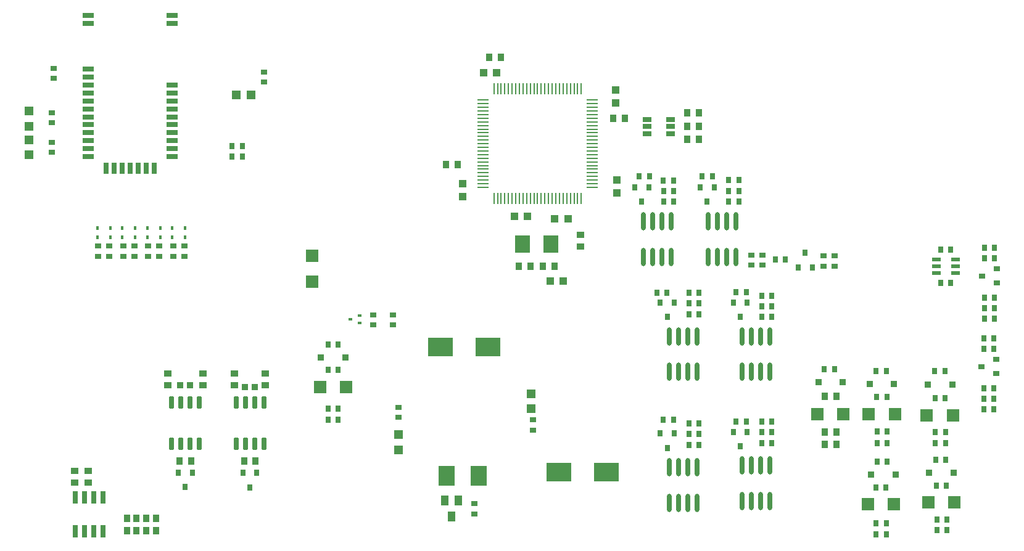
<source format=gbr>
G04*
G04 #@! TF.GenerationSoftware,Altium Limited,Altium Designer,23.2.1 (34)*
G04*
G04 Layer_Color=8421504*
%FSLAX25Y25*%
%MOIN*%
G70*
G04*
G04 #@! TF.SameCoordinates,91C23CEB-00FB-43FC-9C52-439D6A026708*
G04*
G04*
G04 #@! TF.FilePolarity,Positive*
G04*
G01*
G75*
%ADD22R,0.04724X0.04724*%
%ADD23R,0.03543X0.03150*%
%ADD24R,0.01575X0.01890*%
%ADD25R,0.03150X0.03543*%
%ADD26R,0.03150X0.03543*%
%ADD27R,0.13780X0.09843*%
%ADD28R,0.04331X0.04331*%
%ADD29O,0.00984X0.06102*%
%ADD30R,0.04724X0.04724*%
%ADD31R,0.05900X0.02800*%
%ADD32R,0.02800X0.05900*%
%ADD33R,0.08504X0.11024*%
%ADD34R,0.03937X0.05512*%
%ADD35O,0.02756X0.09843*%
%ADD36R,0.02000X0.01402*%
%ADD37O,0.06102X0.00984*%
%ADD38R,0.03543X0.03937*%
%ADD39R,0.06693X0.06614*%
%ADD40R,0.03347X0.03347*%
%ADD41R,0.06614X0.06693*%
%ADD42R,0.03347X0.03740*%
%ADD43R,0.04331X0.04331*%
%ADD44R,0.03937X0.03543*%
%ADD45R,0.02835X0.07008*%
%ADD46R,0.04724X0.02756*%
%ADD47R,0.07874X0.09449*%
G04:AMPARAMS|DCode=48|XSize=25.59mil|YSize=64.96mil|CornerRadius=1.92mil|HoleSize=0mil|Usage=FLASHONLY|Rotation=0.000|XOffset=0mil|YOffset=0mil|HoleType=Round|Shape=RoundedRectangle|*
%AMROUNDEDRECTD48*
21,1,0.02559,0.06112,0,0,0.0*
21,1,0.02175,0.06496,0,0,0.0*
1,1,0.00384,0.01088,-0.03056*
1,1,0.00384,-0.01088,-0.03056*
1,1,0.00384,-0.01088,0.03056*
1,1,0.00384,0.01088,0.03056*
%
%ADD48ROUNDEDRECTD48*%
%ADD49R,0.04803X0.02441*%
%ADD50R,0.03543X0.03150*%
D22*
X341385Y556634D02*
D03*
Y548366D02*
D03*
X612992Y403855D02*
D03*
Y395588D02*
D03*
X341500Y541134D02*
D03*
Y532866D02*
D03*
X541142Y381755D02*
D03*
Y373487D02*
D03*
D23*
X398500Y483658D02*
D03*
Y478146D02*
D03*
X392500Y483658D02*
D03*
Y478146D02*
D03*
X379000Y483658D02*
D03*
Y478146D02*
D03*
X385000Y483658D02*
D03*
Y478146D02*
D03*
X777000Y478256D02*
D03*
Y472744D02*
D03*
X738000Y473244D02*
D03*
Y478756D02*
D03*
X732000Y478756D02*
D03*
Y473244D02*
D03*
X771000Y478256D02*
D03*
Y472744D02*
D03*
X354000Y555756D02*
D03*
Y550244D02*
D03*
X613796Y389567D02*
D03*
Y384055D02*
D03*
X406000Y478146D02*
D03*
Y483658D02*
D03*
X412000Y478146D02*
D03*
Y483658D02*
D03*
X425500Y478146D02*
D03*
Y483658D02*
D03*
X419500Y478146D02*
D03*
Y483658D02*
D03*
X354000Y539756D02*
D03*
Y534244D02*
D03*
X355000Y579756D02*
D03*
Y574244D02*
D03*
X468500Y577756D02*
D03*
Y572244D02*
D03*
X582103Y338779D02*
D03*
Y344291D02*
D03*
X541142Y396457D02*
D03*
Y390945D02*
D03*
X538189Y446457D02*
D03*
Y440945D02*
D03*
X527559Y446457D02*
D03*
Y440945D02*
D03*
D24*
X392000Y488303D02*
D03*
Y493500D02*
D03*
X399000D02*
D03*
Y488303D02*
D03*
X419000D02*
D03*
Y493500D02*
D03*
X378500Y488303D02*
D03*
Y493500D02*
D03*
X385500D02*
D03*
Y488303D02*
D03*
X405500D02*
D03*
Y493500D02*
D03*
X412500Y488303D02*
D03*
Y493500D02*
D03*
X426000Y488303D02*
D03*
Y493500D02*
D03*
D25*
X761000Y479937D02*
D03*
X764740Y472063D02*
D03*
X757260D02*
D03*
X676353Y515500D02*
D03*
X668873D02*
D03*
X672613Y507626D02*
D03*
X711740Y515437D02*
D03*
X704260D02*
D03*
X708000Y507563D02*
D03*
X422227Y361170D02*
D03*
X429708D02*
D03*
X457103Y361007D02*
D03*
X464584D02*
D03*
X425968Y353296D02*
D03*
X460844Y353133D02*
D03*
X686401Y445194D02*
D03*
X682660Y453068D02*
D03*
X690141D02*
D03*
X686401Y374328D02*
D03*
X682660Y382202D02*
D03*
X690141D02*
D03*
X725771Y375312D02*
D03*
X722030Y383186D02*
D03*
X729511D02*
D03*
X725771Y445194D02*
D03*
X722030Y453068D02*
D03*
X729511D02*
D03*
D26*
X750256Y476500D02*
D03*
X744744D02*
D03*
X456756Y537725D02*
D03*
X451244D02*
D03*
X684244Y519000D02*
D03*
X689756D02*
D03*
X689883Y513275D02*
D03*
X684371D02*
D03*
X689883Y507549D02*
D03*
X684371D02*
D03*
X710756Y521500D02*
D03*
X705244D02*
D03*
X719631Y519500D02*
D03*
X725143D02*
D03*
Y513500D02*
D03*
X719631D02*
D03*
X725143Y507595D02*
D03*
X719631D02*
D03*
X676756Y521500D02*
D03*
X671244D02*
D03*
X680709Y458268D02*
D03*
X686221D02*
D03*
X503150Y389617D02*
D03*
X508661D02*
D03*
Y416584D02*
D03*
X503150D02*
D03*
X508661Y395523D02*
D03*
X503150D02*
D03*
X508661Y430397D02*
D03*
X503150D02*
D03*
X836417Y415945D02*
D03*
X830906D02*
D03*
X836614Y401378D02*
D03*
X831102D02*
D03*
X836811Y382874D02*
D03*
X831299D02*
D03*
X836811Y376969D02*
D03*
X831299D02*
D03*
X837008Y368110D02*
D03*
X831496D02*
D03*
X831693Y354134D02*
D03*
X837205D02*
D03*
X804724Y416142D02*
D03*
X799213D02*
D03*
X805118Y401968D02*
D03*
X799606D02*
D03*
X805315Y383268D02*
D03*
X799803D02*
D03*
X805315Y376969D02*
D03*
X799803D02*
D03*
X805315Y367126D02*
D03*
X799803D02*
D03*
X804527Y353150D02*
D03*
X799016D02*
D03*
X776772Y417011D02*
D03*
X771260D02*
D03*
X837598Y335827D02*
D03*
X832087D02*
D03*
X837598Y329921D02*
D03*
X832087D02*
D03*
X804724Y333661D02*
D03*
X799213D02*
D03*
X804724Y327559D02*
D03*
X799213D02*
D03*
X703543Y458481D02*
D03*
X698032D02*
D03*
X698032Y452756D02*
D03*
X703543D02*
D03*
X698032Y446850D02*
D03*
X703543D02*
D03*
Y387615D02*
D03*
X698032D02*
D03*
X698032Y381890D02*
D03*
X703543D02*
D03*
X698032Y375984D02*
D03*
X703543D02*
D03*
X742913Y388599D02*
D03*
X737402D02*
D03*
X737402Y382874D02*
D03*
X742913D02*
D03*
X737402Y376969D02*
D03*
X742913D02*
D03*
Y456743D02*
D03*
X737402D02*
D03*
X737402Y451018D02*
D03*
X742913D02*
D03*
X737402Y445292D02*
D03*
X742913D02*
D03*
X839567Y481710D02*
D03*
X834055D02*
D03*
X839567Y463566D02*
D03*
X834055D02*
D03*
X857480Y395225D02*
D03*
X862992D02*
D03*
X862992Y400951D02*
D03*
X857480D02*
D03*
X857480Y406676D02*
D03*
X862992D02*
D03*
X857480Y428107D02*
D03*
X862992D02*
D03*
X857480Y433833D02*
D03*
X862992D02*
D03*
X857677Y444241D02*
D03*
X863189D02*
D03*
X863189Y449966D02*
D03*
X857677D02*
D03*
X857677Y455692D02*
D03*
X863189D02*
D03*
X857677Y477123D02*
D03*
X863189D02*
D03*
X857677Y482848D02*
D03*
X863189D02*
D03*
X456756Y532000D02*
D03*
X451244D02*
D03*
X729134Y458695D02*
D03*
X723622D02*
D03*
X729134Y388813D02*
D03*
X723622D02*
D03*
X689764Y389764D02*
D03*
X684252D02*
D03*
D27*
X653346Y361221D02*
D03*
X627756D02*
D03*
X589567Y429134D02*
D03*
X563976D02*
D03*
D28*
X659055Y519291D02*
D03*
Y512205D02*
D03*
X575787Y517520D02*
D03*
Y510433D02*
D03*
X658661Y561040D02*
D03*
Y568127D02*
D03*
D29*
X626181Y568602D02*
D03*
X624213D02*
D03*
X620276D02*
D03*
X618307D02*
D03*
X592717Y509350D02*
D03*
X594685D02*
D03*
X596654D02*
D03*
X598622D02*
D03*
X600591D02*
D03*
X602559D02*
D03*
X604528D02*
D03*
X606496D02*
D03*
X608465D02*
D03*
X610433D02*
D03*
X612402D02*
D03*
X614370D02*
D03*
X616339D02*
D03*
X618307D02*
D03*
X620276D02*
D03*
X622244D02*
D03*
X624213D02*
D03*
X626181D02*
D03*
X628150D02*
D03*
X630118D02*
D03*
X632087D02*
D03*
X634055D02*
D03*
X636024D02*
D03*
X637992D02*
D03*
X639961D02*
D03*
Y568602D02*
D03*
X637992D02*
D03*
X636024D02*
D03*
X634055D02*
D03*
X632087D02*
D03*
X630118D02*
D03*
X628150D02*
D03*
X622244D02*
D03*
X616339D02*
D03*
X614370D02*
D03*
X612402D02*
D03*
X610433D02*
D03*
X608465D02*
D03*
X606496D02*
D03*
X604528D02*
D03*
X602559D02*
D03*
X600591D02*
D03*
X598622D02*
D03*
X596654D02*
D03*
X594685D02*
D03*
X592717D02*
D03*
D30*
X453366Y565500D02*
D03*
X461634D02*
D03*
D31*
X418780Y531870D02*
D03*
Y536200D02*
D03*
X373500D02*
D03*
Y531870D02*
D03*
X418780Y544860D02*
D03*
Y540530D02*
D03*
X373500D02*
D03*
Y544860D02*
D03*
X418780Y553520D02*
D03*
Y549190D02*
D03*
X373500D02*
D03*
Y553520D02*
D03*
X418780Y562180D02*
D03*
Y557850D02*
D03*
X373500D02*
D03*
Y562180D02*
D03*
Y566510D02*
D03*
X418780D02*
D03*
X373500Y570840D02*
D03*
X418780D02*
D03*
X373500Y579500D02*
D03*
Y575170D02*
D03*
X418780Y608240D02*
D03*
Y603910D02*
D03*
X373500D02*
D03*
Y608240D02*
D03*
D32*
X409130Y525755D02*
D03*
X404800D02*
D03*
X400470D02*
D03*
X396140D02*
D03*
X391810D02*
D03*
X387480D02*
D03*
X383150D02*
D03*
D33*
X584547Y359252D02*
D03*
X567028D02*
D03*
D34*
X573622Y345866D02*
D03*
X569882Y337205D02*
D03*
X566142Y345866D02*
D03*
D35*
X673500Y477808D02*
D03*
X678500D02*
D03*
X683500D02*
D03*
X688500D02*
D03*
X673500Y497099D02*
D03*
X678500D02*
D03*
X683500D02*
D03*
X688500D02*
D03*
X708500Y477854D02*
D03*
X713500D02*
D03*
X718500D02*
D03*
X723500D02*
D03*
X708500Y497146D02*
D03*
X713500D02*
D03*
X718500D02*
D03*
X723500D02*
D03*
X702382Y434842D02*
D03*
X697382D02*
D03*
X692382D02*
D03*
X687382D02*
D03*
X702382Y415551D02*
D03*
X697382D02*
D03*
X692382D02*
D03*
X687382D02*
D03*
X702382Y363976D02*
D03*
X697382D02*
D03*
X692382D02*
D03*
X687382D02*
D03*
X702382Y344685D02*
D03*
X697382D02*
D03*
X692382D02*
D03*
X687382D02*
D03*
X741752Y364961D02*
D03*
X736752D02*
D03*
X731752D02*
D03*
X726752D02*
D03*
X741752Y345669D02*
D03*
X736752D02*
D03*
X731752D02*
D03*
X726752D02*
D03*
X741752Y434842D02*
D03*
X736752D02*
D03*
X731752D02*
D03*
X726752D02*
D03*
X741752Y415551D02*
D03*
X736752D02*
D03*
X731752D02*
D03*
X726752D02*
D03*
D36*
X520266Y442126D02*
D03*
Y446063D02*
D03*
X515167Y444095D02*
D03*
D37*
X645965Y515354D02*
D03*
Y517323D02*
D03*
Y519291D02*
D03*
Y521260D02*
D03*
Y523228D02*
D03*
Y525197D02*
D03*
Y527165D02*
D03*
Y529134D02*
D03*
Y531102D02*
D03*
Y533071D02*
D03*
Y535039D02*
D03*
Y537008D02*
D03*
Y538976D02*
D03*
Y540945D02*
D03*
Y542913D02*
D03*
Y544882D02*
D03*
Y546850D02*
D03*
Y548819D02*
D03*
Y550787D02*
D03*
Y552756D02*
D03*
Y554724D02*
D03*
Y556693D02*
D03*
Y558661D02*
D03*
Y560630D02*
D03*
Y562598D02*
D03*
X586713D02*
D03*
Y560630D02*
D03*
Y558661D02*
D03*
Y556693D02*
D03*
Y554724D02*
D03*
Y552756D02*
D03*
Y550787D02*
D03*
Y548819D02*
D03*
Y546850D02*
D03*
Y544882D02*
D03*
Y542913D02*
D03*
Y540945D02*
D03*
Y538976D02*
D03*
Y537008D02*
D03*
Y535039D02*
D03*
Y533071D02*
D03*
Y531102D02*
D03*
Y529134D02*
D03*
Y527165D02*
D03*
Y525197D02*
D03*
Y523228D02*
D03*
Y521260D02*
D03*
Y519291D02*
D03*
Y517323D02*
D03*
Y515354D02*
D03*
D38*
X566732Y527559D02*
D03*
X573032D02*
D03*
X410236Y336417D02*
D03*
Y329724D02*
D03*
X590158Y585663D02*
D03*
X596457D02*
D03*
X663583Y552756D02*
D03*
X657283D02*
D03*
X777756Y402509D02*
D03*
X771457D02*
D03*
X771654Y382874D02*
D03*
X777953D02*
D03*
X771654Y376378D02*
D03*
X777953D02*
D03*
X625591Y472835D02*
D03*
X619291D02*
D03*
X606283D02*
D03*
X612582D02*
D03*
X429117Y367486D02*
D03*
X422818D02*
D03*
X703346Y555545D02*
D03*
X697047D02*
D03*
Y548442D02*
D03*
X703346D02*
D03*
Y541339D02*
D03*
X697047D02*
D03*
X457694Y367323D02*
D03*
X463993D02*
D03*
X399606Y329724D02*
D03*
Y336417D02*
D03*
X404751Y329724D02*
D03*
Y336417D02*
D03*
X394462Y329724D02*
D03*
Y336417D02*
D03*
D39*
X512953Y407480D02*
D03*
X498858D02*
D03*
X840709Y392126D02*
D03*
X826614D02*
D03*
X841496Y344882D02*
D03*
X827402D02*
D03*
X809409Y392717D02*
D03*
X795315D02*
D03*
X808819Y343898D02*
D03*
X794724D02*
D03*
X781653Y392717D02*
D03*
X767559D02*
D03*
D40*
X499311Y423490D02*
D03*
X512500D02*
D03*
X827264Y408661D02*
D03*
X840453D02*
D03*
X827854Y361040D02*
D03*
X841043D02*
D03*
X795768Y408875D02*
D03*
X808957D02*
D03*
X796555Y360056D02*
D03*
X809744D02*
D03*
X768012Y410104D02*
D03*
X781201D02*
D03*
D41*
X494488Y464213D02*
D03*
Y478307D02*
D03*
D42*
X463501Y407514D02*
D03*
X458186D02*
D03*
X423310Y408465D02*
D03*
X428625D02*
D03*
D43*
X594291Y577379D02*
D03*
X587205D02*
D03*
X625591Y498228D02*
D03*
X632677D02*
D03*
X610827Y499803D02*
D03*
X603740D02*
D03*
X630315Y464550D02*
D03*
X623228D02*
D03*
D44*
X366339Y361946D02*
D03*
Y355647D02*
D03*
X639370Y483465D02*
D03*
Y489764D02*
D03*
X373443Y361946D02*
D03*
Y355647D02*
D03*
X435433Y414567D02*
D03*
Y408268D02*
D03*
X416502Y414567D02*
D03*
Y408268D02*
D03*
X452362D02*
D03*
Y414567D02*
D03*
X469325Y408268D02*
D03*
Y414567D02*
D03*
D45*
X381516Y347795D02*
D03*
X376516D02*
D03*
X371516D02*
D03*
X366516D02*
D03*
X381516Y329370D02*
D03*
X376516D02*
D03*
X371516D02*
D03*
X366516D02*
D03*
D46*
X675591Y548228D02*
D03*
Y544291D02*
D03*
Y552165D02*
D03*
X688189D02*
D03*
Y544291D02*
D03*
Y548228D02*
D03*
D47*
X623622Y484646D02*
D03*
X608268D02*
D03*
D48*
X418468Y376853D02*
D03*
X423467D02*
D03*
X428468D02*
D03*
X433467D02*
D03*
X418468Y399097D02*
D03*
X423467D02*
D03*
X428468D02*
D03*
X433467D02*
D03*
X468343Y398934D02*
D03*
X463343D02*
D03*
X458344D02*
D03*
X453343D02*
D03*
X468343Y376690D02*
D03*
X463343D02*
D03*
X458344D02*
D03*
X453343D02*
D03*
D49*
X842126Y476378D02*
D03*
Y472638D02*
D03*
Y468898D02*
D03*
X831811D02*
D03*
Y472638D02*
D03*
Y476378D02*
D03*
D50*
X856299Y418504D02*
D03*
X864173Y422244D02*
D03*
Y414764D02*
D03*
X856496Y467520D02*
D03*
X864370Y471260D02*
D03*
Y463779D02*
D03*
M02*

</source>
